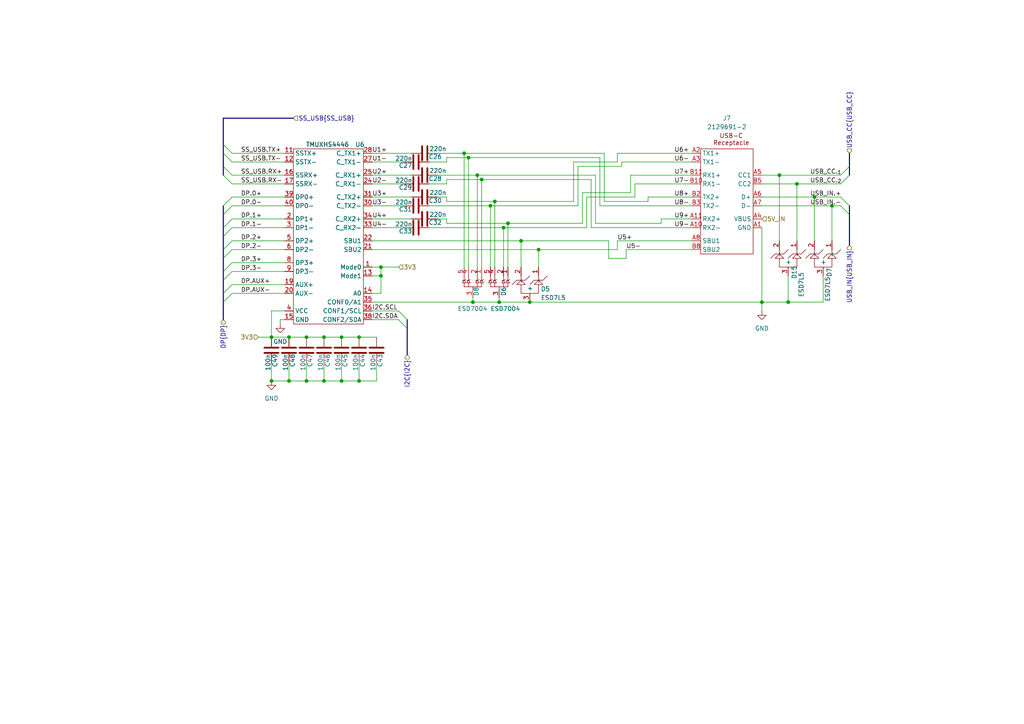
<source format=kicad_sch>
(kicad_sch (version 20250114) (generator "eeschema") (generator_version "9.0")
  (paper "A4")
  (lib_symbols
    (symbol "Device:C" (pin_numbers (hide yes)) (pin_names (offset 0.254))
      (property "Reference" "C" (at 0.635 2.54 0))
      (property "Value" "C" (at 0.635 -2.54 0))
      (symbol "C_0_1"
        (polyline (pts (xy -2.032 0.762) (xy 2.032 0.762)) (stroke (width 0.508)))
        (polyline (pts (xy -2.032 -0.762) (xy 2.032 -0.762)) (stroke (width 0.508)))
      )
      (symbol "C_1_1"
        (pin passive line (at 0 3.81 270) (length 2.794) (name "~") (number "1"))
        (pin passive line (at 0 -3.81 90) (length 2.794) (name "~") (number "2"))
      )
    )
    (symbol "GND_1" (power) (pin_numbers (hide yes)) (pin_names (offset 0) (hide yes))
      (property "Value" "GND" (at 0 -3.81 0))
      (symbol "GND_1_0_1"
        (polyline (pts (xy 0 0) (xy 0 -1.27) (xy 1.27 -1.27) (xy 0 -2.54) (xy -1.27 -1.27) (xy 0 -1.27)))
      )
      (symbol "GND_1_1_1"
        (pin power_in line (at 0 0 270) (length 0) (name "~") (number "1"))
      )
    )
    (symbol "GND_2" (power) (pin_numbers (hide yes)) (pin_names (offset 0) (hide yes))
      (property "Value" "GND" (at 0 -3.81 0))
      (symbol "GND_2_0_1"
        (polyline (pts (xy 0 0) (xy 0 -1.27) (xy 1.27 -1.27) (xy 0 -2.54) (xy -1.27 -1.27) (xy 0 -1.27)))
      )
      (symbol "GND_2_1_1"
        (pin power_in line (at 0 0 270) (length 0) (name "~") (number "1"))
      )
    )
    (symbol "New_Library:ESD7L"
      (property "Reference" "D" (at -3.81 0 0))
      (symbol "ESD7L_0_1"
        (polyline (pts (xy -1.27 5.08) (xy 0 3.81) (xy 0 1.27) (xy 1.27 0)))
        (polyline (pts (xy -1.27 2.54) (xy 0 2.54)))
        (polyline (pts (xy -1.27 0) (xy 0 -1.27) (xy 0 -3.81) (xy 1.27 -5.08)))
        (polyline (pts (xy 0 -2.54) (xy -1.27 -2.54)))
        (polyline (pts (xy 3.81 0) (xy 3.81 2.54) (xy 1.27 2.54) (xy 1.27 3.81) (xy 0 2.54) (xy 1.27 1.27) (xy 1.27 2.54)))
        (polyline (pts (xy 3.81 0) (xy 3.81 -2.54) (xy 1.27 -2.54) (xy 1.27 -1.27) (xy 0 -2.54) (xy 1.27 -3.81) (xy 1.27 -2.54)))
      )
      (symbol "ESD7L_1_1"
        (pin input line (at -3.81 2.54 0) (length 2.54) (name "-") (number "1"))
        (pin input line (at -3.81 -2.54 0) (length 2.54) (name "-") (number "2"))
        (pin input line (at 6.35 0 180) (length 2.54) (name "+") (number "3"))
      )
    )
    (symbol "PuzzLib:ESD7004"
      (property "Reference" "D6" (at 1.905 1.27 0))
      (property "Value" "~" (at 1.5875 3.81 90))
      (symbol "ESD7004_0_1"
        (polyline (pts (xy -1.27 1.27) (xy 0 1.27)))
        (polyline (pts (xy -1.27 -1.27) (xy 0 -1.27)))
        (polyline (pts (xy -1.27 -2.54) (xy 0 -2.54)))
        (polyline (pts (xy -0.254 3.048) (xy 0 2.794) (xy 0 2.286) (xy 0.254 2.032)))
        (polyline (pts (xy -0.254 1.778) (xy 0 1.524) (xy 0 1.016) (xy 0.254 0.762)))
        (polyline (pts (xy -0.254 -0.762) (xy 0 -1.016) (xy 0 -1.524) (xy 0.254 -1.778)))
        (polyline (pts (xy -0.254 -2.032) (xy 0 -2.286) (xy 0 -2.794) (xy 0.254 -3.048)))
        (polyline (pts (xy 0 2.54) (xy -1.27 2.54)))
        (polyline (pts (xy 0 2.54) (xy 0.762 3.048) (xy 0.762 2.032) (xy 0 2.54)))
        (polyline (pts (xy 0 1.27) (xy 0.762 1.778) (xy 0.762 0.762) (xy 0 1.27)))
        (polyline (pts (xy 0 -1.27) (xy 0.762 -0.762) (xy 0.762 -1.778) (xy 0 -1.27)))
        (polyline (pts (xy 0 -2.54) (xy 0.762 -2.032) (xy 0.762 -2.794) (xy 0.762 -3.048) (xy 0 -2.54)))
        (polyline (pts (xy 0.254 2.032) (xy 0.254 2.032)))
        (polyline (pts (xy 0.762 2.54) (xy 1.905 2.54) (xy 1.905 0)))
        (polyline (pts (xy 0.762 1.27) (xy 1.905 1.27)))
        (polyline (pts (xy 0.762 -1.27) (xy 1.905 -1.27)))
        (polyline (pts (xy 1.905 0) (xy 2.54 0)))
        (polyline (pts (xy 1.905 0) (xy 1.905 -2.54) (xy 0.762 -2.54)))
      )
      (symbol "ESD7004_1_1"
        (pin input line (at -3.81 2.54 0) (length 2.54) (name "") (number "1"))
        (pin input line (at -3.81 2.54 0) (length 2.54) (hide yes) (name "") (number "10"))
        (pin input line (at -3.81 1.27 0) (length 2.54) (name "") (number "2"))
        (pin input line (at -3.81 1.27 0) (length 2.54) (hide yes) (name "") (number "9"))
        (pin input line (at -3.81 -1.27 0) (length 2.54) (name "") (number "4"))
        (pin input line (at -3.81 -1.27 0) (length 2.54) (hide yes) (name "") (number "7"))
        (pin input line (at -3.81 -2.54 0) (length 2.54) (name "") (number "5"))
        (pin input line (at -3.81 -2.54 0) (length 2.54) (hide yes) (name "") (number "6"))
        (pin input line (at 5.08 0 180) (length 2.54) (name "") (number "3"))
        (pin input line (at 5.08 0 180) (length 2.54) (hide yes) (name "") (number "8"))
      )
    )
    (symbol "PuzzLib:TMUXHS4446"
      (property "Reference" "U8" (at 0 36.83 0))
      (property "Value" "~" (at 0 34.29 0))
      (symbol "TMUXHS4446_0_1"
        (rectangle (start -10.16 30.48) (end 10.16 -20.32))
      )
      (symbol "TMUXHS4446_1_1"
        (text "TMUXHS4446" (at -0.254 31.75 0) (effects (font (size 1.27 1.27))))
        (pin bidirectional line (at -12.7 29.21 0) (length 2.54) (name "SSTX+") (number "11"))
        (pin bidirectional line (at -12.7 26.67 0) (length 2.54) (name "SSTX-") (number "12"))
        (pin bidirectional line (at -12.7 22.86 0) (length 2.54) (name "SSRX+") (number "16"))
        (pin bidirectional line (at -12.7 20.32 0) (length 2.54) (name "SSRX-") (number "17"))
        (pin bidirectional line (at -12.7 16.51 0) (length 2.54) (name "DP0+") (number "39"))
        (pin bidirectional line (at -12.7 13.97 0) (length 2.54) (name "DP0-") (number "40"))
        (pin bidirectional line (at -12.7 10.16 0) (length 2.54) (name "DP1+") (number "2"))
        (pin bidirectional line (at -12.7 7.62 0) (length 2.54) (name "DP1-") (number "3"))
        (pin bidirectional line (at -12.7 3.81 0) (length 2.54) (name "DP2+") (number "5"))
        (pin bidirectional line (at -12.7 1.27 0) (length 2.54) (name "DP2-") (number "6"))
        (pin bidirectional line (at -12.7 -2.54 0) (length 2.54) (name "DP3+") (number "8"))
        (pin bidirectional line (at -12.7 -5.08 0) (length 2.54) (name "DP3-") (number "9"))
        (pin bidirectional line (at -12.7 -8.89 0) (length 2.54) (name "AUX+") (number "19"))
        (pin bidirectional line (at -12.7 -11.43 0) (length 2.54) (name "AUX-") (number "20"))
        (pin passive line (at -12.7 -16.51 0) (length 2.54) (hide yes) (name "") (number "10"))
        (pin passive line (at -12.7 -16.51 0) (length 2.54) (hide yes) (name "") (number "23"))
        (pin passive line (at -12.7 -16.51 0) (length 2.54) (hide yes) (name "") (number "26"))
        (pin passive line (at -12.7 -16.51 0) (length 2.54) (hide yes) (name "") (number "29"))
        (pin passive line (at -12.7 -16.51 0) (length 2.54) (hide yes) (name "") (number "32"))
        (pin power_in line (at -12.7 -16.51 0) (length 2.54) (name "VCC") (number "4"))
        (pin passive line (at -12.7 -16.51 0) (length 2.54) (hide yes) (name "") (number "7"))
        (pin power_in line (at -12.7 -19.05 0) (length 2.54) (name "GND") (number "15"))
        (pin passive line (at -12.7 -19.05 0) (length 2.54) (hide yes) (name "") (number "18"))
        (pin passive line (at -12.7 -19.05 0) (length 2.54) (hide yes) (name "") (number "37"))
        (pin passive line (at -12.7 -19.05 0) (length 2.54) (hide yes) (name "") (number "41"))
        (pin bidirectional line (at 12.7 29.21 180) (length 2.54) (name "C_TX1+") (number "28"))
        (pin bidirectional line (at 12.7 26.67 180) (length 2.54) (name "C_TX1-") (number "27"))
        (pin bidirectional line (at 12.7 22.86 180) (length 2.54) (name "C_RX1+") (number "25"))
        (pin bidirectional line (at 12.7 20.32 180) (length 2.54) (name "C_RX1-") (number "24"))
        (pin bidirectional line (at 12.7 16.51 180) (length 2.54) (name "C_TX2+") (number "31"))
        (pin bidirectional line (at 12.7 13.97 180) (length 2.54) (name "C_TX2-") (number "30"))
        (pin bidirectional line (at 12.7 10.16 180) (length 2.54) (name "C_RX2+") (number "34"))
        (pin bidirectional line (at 12.7 7.62 180) (length 2.54) (name "C_RX2-") (number "33"))
        (pin bidirectional line (at 12.7 3.81 180) (length 2.54) (name "SBU1") (number "22"))
        (pin bidirectional line (at 12.7 1.27 180) (length 2.54) (name "SBU2") (number "21"))
        (pin input line (at 12.7 -3.81 180) (length 2.54) (name "Mode0") (number "1"))
        (pin input line (at 12.7 -6.35 180) (length 2.54) (name "Mode1") (number "13"))
        (pin input line (at 12.7 -11.43 180) (length 2.54) (name "A0") (number "14"))
        (pin input line (at 12.7 -13.97 180) (length 2.54) (name "CONF0/A1") (number "35"))
        (pin input line (at 12.7 -16.51 180) (length 2.54) (name "CONF1/SCL") (number "36"))
        (pin input line (at 12.7 -19.05 180) (length 2.54) (name "CONF2/SDA") (number "38"))
      )
    )
    (symbol "PuzzLib:USB-C"
      (property "Reference" "U" (at 0 0 0))
      (symbol "USB-C_0_1"
        (rectangle (start -7.62 15.24) (end 7.62 -15.24))
      )
      (symbol "USB-C_1_1"
        (text "USB-C\nReceptacle\n" (at 1.27 18.034 0) (effects (font (size 1.27 1.27))))
        (pin output line (at -10.16 13.97 0) (length 2.54) (name "TX1+") (number "A2"))
        (pin output line (at -10.16 11.43 0) (length 2.54) (name "TX1-") (number "A3"))
        (pin output line (at -10.16 7.62 0) (length 2.54) (name "RX1+") (number "B11"))
        (pin output line (at -10.16 5.08 0) (length 2.54) (name "RX1-") (number "B10"))
        (pin output line (at -10.16 1.27 0) (length 2.54) (name "TX2+") (number "B2"))
        (pin output line (at -10.16 -1.27 0) (length 2.54) (name "TX2-") (number "B3"))
        (pin output line (at -10.16 -5.08 0) (length 2.54) (name "RX2+") (number "A11"))
        (pin output line (at -10.16 -7.62 0) (length 2.54) (name "RX2-") (number "A10"))
        (pin output line (at -10.16 -11.43 0) (length 2.54) (name "SBU1") (number "A8"))
        (pin output line (at -10.16 -13.97 0) (length 2.54) (name "SBU2") (number "B8"))
        (pin output line (at 10.16 7.62 180) (length 2.54) (name "CC1") (number "A5"))
        (pin output line (at 10.16 5.08 180) (length 2.54) (name "CC2") (number "B5"))
        (pin output line (at 10.16 1.27 180) (length 2.54) (name "D+") (number "A6"))
        (pin output line (at 10.16 1.27 180) (length 2.54) (hide yes) (name "") (number "B6"))
        (pin output line (at 10.16 -1.27 180) (length 2.54) (name "D-") (number "A7"))
        (pin output line (at 10.16 -1.27 180) (length 2.54) (hide yes) (name "") (number "B7"))
        (pin power_out line (at 10.16 -5.08 180) (length 2.54) (name "VBUS") (number "A4"))
        (pin passive line (at 10.16 -5.08 180) (length 2.54) (hide yes) (name "") (number "A9"))
        (pin passive line (at 10.16 -5.08 180) (length 2.54) (hide yes) (name "") (number "B4"))
        (pin passive line (at 10.16 -5.08 180) (length 2.54) (hide yes) (name "") (number "B9"))
        (pin power_out line (at 10.16 -7.62 180) (length 2.54) (name "GND") (number "A1"))
        (pin passive line (at 10.16 -7.62 180) (length 2.54) (hide yes) (name "") (number "A12"))
        (pin passive line (at 10.16 -7.62 180) (length 2.54) (hide yes) (name "") (number "B1"))
        (pin passive line (at 10.16 -7.62 180) (length 2.54) (hide yes) (name "") (number "B12"))
        (pin passive line (at 10.16 -7.62 180) (length 2.54) (hide yes) (name "") (number "S"))
      )
    )
  )
  (junction (at 88.9 110.49))
  (junction (at 110.49 77.47))
  (junction (at 143.51 58.42))
  (junction (at 83.82 110.49))
  (junction (at 88.9 97.79))
  (junction (at 78.74 97.79))
  (junction (at 104.14 110.49))
  (junction (at 99.06 110.49))
  (junction (at 134.62 44.45))
  (junction (at 135.89 45.72))
  (junction (at 144.78 87.63))
  (junction (at 153.67 87.63))
  (junction (at 138.43 50.8))
  (junction (at 137.16 87.63))
  (junction (at 226.06 50.8))
  (junction (at 220.98 87.63))
  (junction (at 241.3 59.69))
  (junction (at 228.6 87.63))
  (junction (at 99.06 97.79))
  (junction (at 147.32 64.77))
  (junction (at 104.14 97.79))
  (junction (at 139.7 52.07))
  (junction (at 231.14 53.34))
  (junction (at 93.98 110.49))
  (junction (at 146.05 66.04))
  (junction (at 142.24 59.69))
  (junction (at 83.82 97.79))
  (junction (at 236.22 57.15))
  (junction (at 93.98 97.79))
  (junction (at 78.74 110.49))
  (junction (at 156.21 72.39))
  (junction (at 151.13 69.85))
  (junction (at 110.49 80.01))
  (bus_entry (at 118.11 92.71) (size -2.54 -2.54))
  (bus_entry (at 64.77 72.39) (size 2.54 -2.54))
  (bus_entry (at 64.77 44.45) (size 2.54 2.54))
  (bus_entry (at 246.38 50.8) (size -2.54 2.54))
  (bus_entry (at 118.11 95.25) (size -2.54 -2.54))
  (bus_entry (at 64.77 41.91) (size 2.54 2.54))
  (bus_entry (at 64.77 66.04) (size 2.54 -2.54))
  (bus_entry (at 64.77 62.23) (size 2.54 -2.54))
  (bus_entry (at 64.77 85.09) (size 2.54 -2.54))
  (bus_entry (at 246.38 62.23) (size -2.54 -2.54))
  (bus_entry (at 64.77 68.58) (size 2.54 -2.54))
  (bus_entry (at 64.77 48.26) (size 2.54 2.54))
  (bus_entry (at 246.38 48.26) (size -2.54 2.54))
  (bus_entry (at 64.77 50.8) (size 2.54 2.54))
  (bus_entry (at 64.77 78.74) (size 2.54 -2.54))
  (bus_entry (at 64.77 59.69) (size 2.54 -2.54))
  (bus_entry (at 64.77 81.28) (size 2.54 -2.54))
  (bus_entry (at 246.38 59.69) (size -2.54 -2.54))
  (bus_entry (at 64.77 74.93) (size 2.54 -2.54))
  (bus_entry (at 64.77 87.63) (size 2.54 -2.54))
  (wire (pts (xy 220.98 87.63) (xy 220.98 90.17)))
  (wire (pts (xy 129.54 58.42) (xy 129.54 57.15)))
  (wire (pts (xy 151.13 69.85) (xy 176.53 69.85)))
  (wire (pts (xy 220.98 57.15) (xy 236.22 57.15)))
  (wire (pts (xy 138.43 50.8) (xy 138.43 77.47)))
  (wire (pts (xy 129.54 58.42) (xy 143.51 58.42)))
  (wire (pts (xy 129.54 46.99) (xy 124.46 46.99)))
  (wire (pts (xy 179.07 69.85) (xy 179.07 72.39)))
  (wire (pts (xy 99.06 110.49) (xy 93.98 110.49)))
  (wire (pts (xy 110.49 77.47) (xy 110.49 80.01)))
  (wire (pts (xy 187.96 57.15) (xy 200.66 57.15)))
  (wire (pts (xy 220.98 59.69) (xy 241.3 59.69)))
  (wire (pts (xy 146.05 66.04) (xy 146.05 77.47)))
  (wire (pts (xy 231.14 69.85) (xy 231.14 53.34)))
  (wire (pts (xy 67.31 82.55) (xy 82.55 82.55)))
  (wire (pts (xy 107.95 50.8) (xy 119.38 50.8)))
  (wire (pts (xy 67.31 53.34) (xy 82.55 53.34)))
  (wire (pts (xy 180.34 48.26) (xy 180.34 46.99)))
  (wire (pts (xy 134.62 44.45) (xy 134.62 77.47)))
  (wire (pts (xy 99.06 105.41) (xy 99.06 110.49)))
  (wire (pts (xy 138.43 50.8) (xy 172.72 50.8)))
  (wire (pts (xy 67.31 69.85) (xy 82.55 69.85)))
  (wire (pts (xy 107.95 85.09) (xy 110.49 85.09)))
  (wire (pts (xy 220.98 50.8) (xy 226.06 50.8)))
  (wire (pts (xy 167.64 48.26) (xy 180.34 48.26)))
  (wire (pts (xy 67.31 57.15) (xy 82.55 57.15)))
  (wire (pts (xy 220.98 53.34) (xy 231.14 53.34)))
  (wire (pts (xy 107.95 46.99) (xy 116.84 46.99)))
  (wire (pts (xy 93.98 110.49) (xy 88.9 110.49)))
  (wire (pts (xy 109.22 105.41) (xy 109.22 110.49)))
  (wire (pts (xy 129.54 63.5) (xy 127 63.5)))
  (bus (pts (xy 64.77 34.29) (xy 64.77 41.91)))
  (wire (pts (xy 104.14 110.49) (xy 109.22 110.49)))
  (wire (pts (xy 144.78 86.36) (xy 144.78 87.63)))
  (wire (pts (xy 176.53 74.93) (xy 176.53 69.85)))
  (wire (pts (xy 67.31 46.99) (xy 82.55 46.99)))
  (wire (pts (xy 67.31 66.04) (xy 82.55 66.04)))
  (wire (pts (xy 241.3 59.69) (xy 243.84 59.69)))
  (wire (pts (xy 191.77 63.5) (xy 200.66 63.5)))
  (wire (pts (xy 83.82 105.41) (xy 83.82 110.49)))
  (wire (pts (xy 67.31 63.5) (xy 82.55 63.5)))
  (wire (pts (xy 184.15 53.34) (xy 184.15 57.15)))
  (wire (pts (xy 173.99 45.72) (xy 173.99 59.69)))
  (wire (pts (xy 187.96 58.42) (xy 175.26 58.42)))
  (wire (pts (xy 137.16 87.63) (xy 144.78 87.63)))
  (wire (pts (xy 236.22 57.15) (xy 236.22 69.85)))
  (wire (pts (xy 107.95 69.85) (xy 151.13 69.85)))
  (wire (pts (xy 67.31 72.39) (xy 82.55 72.39)))
  (wire (pts (xy 74.93 97.79) (xy 78.74 97.79)))
  (bus (pts (xy 64.77 44.45) (xy 64.77 48.26)))
  (wire (pts (xy 168.91 55.88) (xy 168.91 64.77)))
  (wire (pts (xy 179.07 44.45) (xy 179.07 46.99)))
  (bus (pts (xy 64.77 62.23) (xy 64.77 66.04)))
  (wire (pts (xy 83.82 97.79) (xy 88.9 97.79)))
  (wire (pts (xy 78.74 90.17) (xy 78.74 97.79)))
  (bus (pts (xy 246.38 59.69) (xy 246.38 62.23)))
  (wire (pts (xy 67.31 50.8) (xy 82.55 50.8)))
  (wire (pts (xy 67.31 44.45) (xy 82.55 44.45)))
  (wire (pts (xy 179.07 72.39) (xy 156.21 72.39)))
  (wire (pts (xy 88.9 110.49) (xy 83.82 110.49)))
  (wire (pts (xy 127 50.8) (xy 138.43 50.8)))
  (wire (pts (xy 93.98 105.41) (xy 93.98 110.49)))
  (wire (pts (xy 93.98 97.79) (xy 99.06 97.79)))
  (wire (pts (xy 181.61 72.39) (xy 181.61 74.93)))
  (wire (pts (xy 129.54 57.15) (xy 127 57.15)))
  (wire (pts (xy 156.21 72.39) (xy 107.95 72.39)))
  (wire (pts (xy 110.49 85.09) (xy 110.49 80.01)))
  (wire (pts (xy 67.31 76.2) (xy 82.55 76.2)))
  (wire (pts (xy 88.9 97.79) (xy 93.98 97.79)))
  (bus (pts (xy 64.77 81.28) (xy 64.77 85.09)))
  (bus (pts (xy 64.77 87.63) (xy 64.77 92.71)))
  (wire (pts (xy 156.21 72.39) (xy 156.21 77.47)))
  (wire (pts (xy 143.51 58.42) (xy 166.37 58.42)))
  (wire (pts (xy 228.6 80.01) (xy 228.6 87.63)))
  (wire (pts (xy 146.05 66.04) (xy 170.18 66.04)))
  (wire (pts (xy 107.95 66.04) (xy 116.84 66.04)))
  (wire (pts (xy 67.31 59.69) (xy 82.55 59.69)))
  (bus (pts (xy 64.77 68.58) (xy 64.77 72.39)))
  (wire (pts (xy 124.46 66.04) (xy 146.05 66.04)))
  (wire (pts (xy 129.54 52.07) (xy 129.54 53.34)))
  (wire (pts (xy 226.06 50.8) (xy 226.06 69.85)))
  (bus (pts (xy 64.77 66.04) (xy 64.77 68.58)))
  (wire (pts (xy 135.89 45.72) (xy 173.99 45.72)))
  (wire (pts (xy 82.55 90.17) (xy 78.74 90.17)))
  (wire (pts (xy 166.37 46.99) (xy 166.37 58.42)))
  (wire (pts (xy 173.99 59.69) (xy 200.66 59.69)))
  (wire (pts (xy 104.14 105.41) (xy 104.14 110.49)))
  (bus (pts (xy 64.77 78.74) (xy 64.77 81.28)))
  (wire (pts (xy 238.76 80.01) (xy 238.76 87.63)))
  (wire (pts (xy 181.61 74.93) (xy 176.53 74.93)))
  (wire (pts (xy 220.98 66.04) (xy 220.98 87.63)))
  (bus (pts (xy 64.77 72.39) (xy 64.77 74.93)))
  (wire (pts (xy 180.34 46.99) (xy 200.66 46.99)))
  (wire (pts (xy 184.15 53.34) (xy 200.66 53.34)))
  (wire (pts (xy 107.95 44.45) (xy 119.38 44.45)))
  (wire (pts (xy 191.77 63.5) (xy 191.77 64.77)))
  (wire (pts (xy 107.95 92.71) (xy 115.57 92.71)))
  (wire (pts (xy 67.31 78.74) (xy 82.55 78.74)))
  (wire (pts (xy 166.37 46.99) (xy 179.07 46.99)))
  (wire (pts (xy 181.61 72.39) (xy 200.66 72.39)))
  (wire (pts (xy 135.89 45.72) (xy 135.89 77.47)))
  (bus (pts (xy 64.77 48.26) (xy 64.77 50.8)))
  (wire (pts (xy 182.88 50.8) (xy 200.66 50.8)))
  (wire (pts (xy 139.7 52.07) (xy 171.45 52.07)))
  (wire (pts (xy 107.95 87.63) (xy 137.16 87.63)))
  (wire (pts (xy 236.22 57.15) (xy 243.84 57.15)))
  (wire (pts (xy 78.74 105.41) (xy 78.74 110.49)))
  (bus (pts (xy 246.38 62.23) (xy 246.38 71.12)))
  (wire (pts (xy 191.77 64.77) (xy 172.72 64.77)))
  (bus (pts (xy 118.11 95.25) (xy 118.11 102.87)))
  (wire (pts (xy 171.45 66.04) (xy 171.45 52.07)))
  (wire (pts (xy 184.15 57.15) (xy 170.18 57.15)))
  (wire (pts (xy 129.54 52.07) (xy 139.7 52.07)))
  (wire (pts (xy 67.31 85.09) (xy 82.55 85.09)))
  (wire (pts (xy 82.55 92.71) (xy 81.28 92.71)))
  (wire (pts (xy 81.28 92.71) (xy 81.28 93.98)))
  (wire (pts (xy 144.78 87.63) (xy 153.67 87.63)))
  (wire (pts (xy 129.54 45.72) (xy 129.54 46.99)))
  (wire (pts (xy 226.06 50.8) (xy 243.84 50.8)))
  (wire (pts (xy 179.07 69.85) (xy 200.66 69.85)))
  (wire (pts (xy 78.74 97.79) (xy 83.82 97.79)))
  (bus (pts (xy 64.77 74.93) (xy 64.77 78.74)))
  (bus (pts (xy 64.77 59.69) (xy 64.77 62.23)))
  (wire (pts (xy 99.06 97.79) (xy 104.14 97.79)))
  (wire (pts (xy 170.18 57.15) (xy 170.18 66.04)))
  (wire (pts (xy 129.54 64.77) (xy 129.54 63.5)))
  (wire (pts (xy 137.16 86.36) (xy 137.16 87.63)))
  (wire (pts (xy 167.64 48.26) (xy 167.64 59.69)))
  (wire (pts (xy 142.24 59.69) (xy 167.64 59.69)))
  (bus (pts (xy 118.11 92.71) (xy 118.11 95.25)))
  (wire (pts (xy 175.26 58.42) (xy 175.26 44.45)))
  (bus (pts (xy 64.77 85.09) (xy 64.77 87.63)))
  (wire (pts (xy 107.95 57.15) (xy 119.38 57.15)))
  (wire (pts (xy 238.76 87.63) (xy 228.6 87.63)))
  (wire (pts (xy 231.14 53.34) (xy 243.84 53.34)))
  (wire (pts (xy 107.95 77.47) (xy 110.49 77.47)))
  (wire (pts (xy 228.6 87.63) (xy 220.98 87.63)))
  (wire (pts (xy 139.7 52.07) (xy 139.7 77.47)))
  (bus (pts (xy 246.38 44.45) (xy 246.38 48.26)))
  (wire (pts (xy 107.95 53.34) (xy 116.84 53.34)))
  (wire (pts (xy 107.95 90.17) (xy 115.57 90.17)))
  (wire (pts (xy 134.62 44.45) (xy 175.26 44.45)))
  (wire (pts (xy 104.14 97.79) (xy 109.22 97.79)))
  (wire (pts (xy 153.67 87.63) (xy 220.98 87.63)))
  (bus (pts (xy 64.77 41.91) (xy 64.77 44.45)))
  (wire (pts (xy 172.72 64.77) (xy 172.72 50.8)))
  (wire (pts (xy 147.32 64.77) (xy 147.32 77.47)))
  (wire (pts (xy 124.46 59.69) (xy 142.24 59.69)))
  (wire (pts (xy 129.54 53.34) (xy 124.46 53.34)))
  (wire (pts (xy 147.32 64.77) (xy 168.91 64.77)))
  (wire (pts (xy 107.95 59.69) (xy 116.84 59.69)))
  (wire (pts (xy 127 44.45) (xy 134.62 44.45)))
  (wire (pts (xy 182.88 55.88) (xy 168.91 55.88)))
  (wire (pts (xy 99.06 110.49) (xy 104.14 110.49)))
  (wire (pts (xy 241.3 59.69) (xy 241.3 69.85)))
  (wire (pts (xy 107.95 63.5) (xy 119.38 63.5)))
  (wire (pts (xy 129.54 45.72) (xy 135.89 45.72)))
  (wire (pts (xy 151.13 69.85) (xy 151.13 77.47)))
  (wire (pts (xy 110.49 77.47) (xy 115.57 77.47)))
  (wire (pts (xy 88.9 105.41) (xy 88.9 110.49)))
  (wire (pts (xy 129.54 64.77) (xy 147.32 64.77)))
  (wire (pts (xy 187.96 57.15) (xy 187.96 58.42)))
  (wire (pts (xy 83.82 110.49) (xy 78.74 110.49)))
  (wire (pts (xy 142.24 59.69) (xy 142.24 77.47)))
  (wire (pts (xy 107.95 80.01) (xy 110.49 80.01)))
  (bus (pts (xy 85.09 34.29) (xy 64.77 34.29)))
  (wire (pts (xy 171.45 66.04) (xy 200.66 66.04)))
  (wire (pts (xy 182.88 50.8) (xy 182.88 55.88)))
  (wire (pts (xy 179.07 44.45) (xy 200.66 44.45)))
  (bus (pts (xy 246.38 48.26) (xy 246.38 50.8)))
  (wire (pts (xy 143.51 58.42) (xy 143.51 77.47)))
  (label "DP.AUX+" (at 69.85 82.55 0))
  (label "DP.1-" (at 69.85 66.04 0))
  (label "U8-" (at 195.58 59.69 0))
  (label "U5+" (at 179.07 69.85 0))
  (label "U5-" (at 181.61 72.39 0))
  (label "USB_CC._{1}" (at 234.95 50.8 0))
  (label "DP.3+" (at 69.85 76.2 0))
  (label "U3+" (at 107.95 57.15 0))
  (label "USB_IN.+" (at 234.95 57.15 0))
  (label "U4+" (at 107.95 63.5 0))
  (label "U7+" (at 195.58 50.8 0))
  (label "USB_CC._{2}" (at 234.95 53.34 0))
  (label "U3-" (at 107.95 59.69 0))
  (label "DP.2+" (at 69.85 69.85 0))
  (label "DP.0+" (at 69.85 57.15 0))
  (label "U7-" (at 195.58 53.34 0))
  (label "U8+" (at 195.58 57.15 0))
  (label "U9-" (at 195.58 66.04 0))
  (label "U2-" (at 107.95 53.34 0))
  (label "SS_USB.TX+" (at 69.85 44.45 0))
  (label "U1+" (at 107.95 44.45 0))
  (label "U9+" (at 195.58 63.5 0))
  (label "U6-" (at 195.58 46.99 0))
  (label "DP.0-" (at 69.85 59.69 0))
  (label "DP.AUX-" (at 69.85 85.09 0))
  (label "USB_IN.-" (at 234.95 59.69 0))
  (label "U1-" (at 107.95 46.99 0))
  (label "U2+" (at 107.95 50.8 0))
  (label "DP.1+" (at 69.85 63.5 0))
  (label "I2C.SDA" (at 107.95 92.71 0))
  (label "SS_USB.RX-" (at 69.85 53.34 0))
  (label "I2C.SCL" (at 107.95 90.17 0))
  (label "DP.2-" (at 69.85 72.39 0))
  (label "SS_USB.TX-" (at 69.85 46.99 0))
  (label "DP.3-" (at 69.85 78.74 0))
  (label "U4-" (at 107.95 66.04 0))
  (label "U6+" (at 195.58 44.45 0))
  (label "SS_USB.RX+" (at 69.85 50.8 0))
  (hierarchical_label "3V3" (shape input) (at 115.57 77.47 0))
  (hierarchical_label "SS_USB{SS_USB}" (shape input) (at 85.09 34.29 0))
  (hierarchical_label "USB_CC{USB_CC}" (shape input) (at 246.38 44.45 90))
  (hierarchical_label "5V_IN" (shape input) (at 220.98 63.5 0))
  (hierarchical_label "3V3" (shape input) (at 74.93 97.79 180))
  (hierarchical_label "USB_IN{USB_IN}" (shape input) (at 246.38 71.12 270))
  (hierarchical_label "I2C{I2C}" (shape input) (at 118.11 102.87 270))
  (hierarchical_label "DP{DP}" (shape input) (at 64.77 92.71 270))
  (symbol (lib_id "Device:C") (at 88.9 101.6 180) (unit 1)
    (property "Reference" "C47" (at 89.916 102.616 90) (effects (justify left)))
    (property "Value" "100n" (at 87.884 102.616 90) (effects (justify left)))
    (property "Footprint" "PuzzLib:0402_C" (effects (hide yes)))
  )
  (symbol (lib_id "Device:C") (at 109.22 101.6 180) (unit 1)
    (property "Reference" "C43" (at 110.236 102.616 90) (effects (justify left)))
    (property "Value" "100n" (at 108.204 102.616 90) (effects (justify left)))
    (property "Footprint" "PuzzLib:0402_C" (effects (hide yes)))
  )
  (symbol (lib_id "Device:C") (at 78.74 101.6 180) (unit 1)
    (property "Reference" "C49" (at 79.756 102.616 90) (effects (justify left)))
    (property "Value" "100n" (at 77.724 102.616 90) (effects (justify left)))
    (property "Footprint" "PuzzLib:0402_C" (effects (hide yes)))
  )
  (symbol (lib_id "Device:C") (at 83.82 101.6 180) (unit 1)
    (property "Reference" "C48" (at 84.836 102.616 90) (effects (justify left)))
    (property "Value" "100n" (at 82.804 102.616 90) (effects (justify left)))
    (property "Footprint" "PuzzLib:0402_C" (effects (hide yes)))
  )
  (symbol (lib_id "Device:C") (at 123.19 44.45 270) (unit 1)
    (property "Reference" "C26" (at 126.238 45.466 90))
    (property "Value" "220n" (at 127 43.18 90))
    (property "Footprint" "PuzzLib:0402_C" (effects (hide yes)))
    (property "Description" "Unpolarized capacitor" (effects (hide yes)))
  )
  (symbol (lib_id "PuzzLib:ESD7004") (at 137.16 81.28 270) (unit 1)
    (property "Reference" "D8" (at 138.176 83.185 0) (effects (justify left)))
    (property "Value" "ESD7004" (at 132.715 89.535 90) (effects (justify left)))
    (property "Footprint" "PuzzLib:ESD7004" (effects (hide yes)))
  )
  (symbol (lib_id "Device:C") (at 120.65 59.69 270) (unit 1)
    (property "Reference" "C31" (at 117.602 60.706 90))
    (property "Value" "220n" (at 117.094 58.674 90))
    (property "Footprint" "PuzzLib:0402_C" (effects (hide yes)))
    (property "Description" "Unpolarized capacitor" (effects (hide yes)))
  )
  (symbol (lib_name "GND_1") (lib_id "power:GND") (at 81.28 93.98 0) (unit 1)
    (property "Reference" "#PWR014" (effects (hide yes)))
    (property "Value" "GND" (at 81.28 99.06 0))
    (property "Description" "Power symbol creates a global label with name \"GND\" , ground" (effects (hide yes)))
  )
  (symbol (lib_id "PuzzLib:USB-C") (at 210.82 58.42 0) (unit 1)
    (property "Reference" "J7" (at 210.82 34.29 0))
    (property "Value" "2129691-2" (at 210.82 36.83 0))
    (property "Footprint" "PuzzLib:2129691-2_2.8mmOut" (effects (hide yes)))
  )
  (symbol (lib_id "Device:C") (at 104.14 101.6 180) (unit 1)
    (property "Reference" "C44" (at 105.156 102.616 90) (effects (justify left)))
    (property "Value" "100n" (at 103.124 102.616 90) (effects (justify left)))
    (property "Footprint" "PuzzLib:0402_C" (effects (hide yes)))
  )
  (symbol (lib_id "Device:C") (at 123.19 57.15 270) (unit 1)
    (property "Reference" "C30" (at 126.238 58.166 90))
    (property "Value" "220n" (at 127 55.88 90))
    (property "Footprint" "PuzzLib:0402_C" (effects (hide yes)))
    (property "Description" "Unpolarized capacitor" (effects (hide yes)))
  )
  (symbol (lib_id "PuzzLib:ESD7004") (at 144.78 81.28 270) (unit 1)
    (property "Reference" "D6" (at 146.05 83.185 0) (effects (justify left)))
    (property "Value" "ESD7004" (at 142.24 89.535 90) (effects (justify left)))
    (property "Footprint" "PuzzLib:ESD7004" (effects (hide yes)))
  )
  (symbol (lib_id "Device:C") (at 99.06 101.6 180) (unit 1)
    (property "Reference" "C45" (at 100.076 102.616 90) (effects (justify left)))
    (property "Value" "100n" (at 98.044 102.616 90) (effects (justify left)))
    (property "Footprint" "PuzzLib:0402_C" (effects (hide yes)))
  )
  (symbol (lib_id "Device:C") (at 120.65 66.04 270) (unit 1)
    (property "Reference" "C33" (at 117.602 67.056 90))
    (property "Value" "220n" (at 117.094 65.024 90))
    (property "Footprint" "PuzzLib:0402_C" (effects (hide yes)))
    (property "Description" "Unpolarized capacitor" (effects (hide yes)))
  )
  (symbol (lib_id "Device:C") (at 120.65 46.99 270) (unit 1)
    (property "Reference" "C27" (at 117.602 48.006 90))
    (property "Value" "220n" (at 117.094 45.974 90))
    (property "Footprint" "PuzzLib:0402_C" (effects (hide yes)))
    (property "Description" "Unpolarized capacitor" (effects (hide yes)))
  )
  (symbol (lib_id "Device:C") (at 123.19 50.8 270) (unit 1)
    (property "Reference" "C28" (at 126.238 51.816 90))
    (property "Value" "220n" (at 127 49.53 90))
    (property "Footprint" "PuzzLib:0402_C" (effects (hide yes)))
    (property "Description" "Unpolarized capacitor" (effects (hide yes)))
  )
  (symbol (lib_name "GND_2") (lib_id "power:GND") (at 220.98 90.17 0) (unit 1)
    (property "Reference" "#PWR03" (effects (hide yes)))
    (property "Value" "GND" (at 220.98 95.25 0))
    (property "Description" "Power symbol creates a global label with name \"GND\" , ground" (effects (hide yes)))
  )
  (symbol (lib_id "Device:C") (at 120.65 53.34 270) (unit 1)
    (property "Reference" "C29" (at 117.602 54.356 90))
    (property "Value" "220n" (at 117.094 52.324 90))
    (property "Footprint" "PuzzLib:0402_C" (effects (hide yes)))
    (property "Description" "Unpolarized capacitor" (effects (hide yes)))
  )
  (symbol (lib_id "PuzzLib:TMUXHS4446") (at 95.25 73.66 0) (unit 1)
    (property "Reference" "U6" (at 104.394 41.91 0))
    (property "Value" "TMUXHS4446" (at 94.996 41.91 0))
    (property "Footprint" "PuzzLib:TMUXHS4446" (effects (hide yes)))
  )
  (symbol (lib_id "New_Library:ESD7L") (at 238.76 73.66 270) (unit 1)
    (property "Reference" "D7" (at 240.538 78.994 0))
    (property "Value" "ESD7L5" (at 240.03 83.82 0))
    (property "Footprint" "PuzzLib:ESD7L5" (effects (hide yes)))
  )
  (symbol (lib_id "Device:C") (at 93.98 101.6 180) (unit 1)
    (property "Reference" "C46" (at 94.996 102.616 90) (effects (justify left)))
    (property "Value" "100n" (at 92.964 102.616 90) (effects (justify left)))
    (property "Footprint" "PuzzLib:0402_C" (effects (hide yes)))
  )
  (symbol (lib_name "GND_1") (lib_id "power:GND") (at 78.74 110.49 0) (unit 1)
    (property "Reference" "#PWR010" (effects (hide yes)))
    (property "Value" "GND" (at 78.74 115.57 0))
    (property "Description" "Power symbol creates a global label with name \"GND\" , ground" (effects (hide yes)))
  )
  (symbol (lib_id "New_Library:ESD7L") (at 153.67 81.28 270) (unit 1)
    (property "Reference" "D5" (at 156.845 83.82 90) (effects (justify left)))
    (property "Value" "ESD7L5" (at 156.845 86.36 90) (effects (justify left)))
    (property "Footprint" "PuzzLib:ESD7L5" (effects (hide yes)))
  )
  (symbol (lib_id "New_Library:ESD7L") (at 228.6 73.66 270) (unit 1)
    (property "Reference" "D15" (at 230.378 78.994 0))
    (property "Value" "ESD7L5" (at 232.41 82.55 0))
    (property "Footprint" "PuzzLib:ESD7L5" (effects (hide yes)))
  )
  (symbol (lib_id "Device:C") (at 123.19 63.5 270) (unit 1)
    (property "Reference" "C32" (at 126.238 64.516 90))
    (property "Value" "220n" (at 127 62.23 90))
    (property "Footprint" "PuzzLib:0402_C" (effects (hide yes)))
    (property "Description" "Unpolarized capacitor" (effects (hide yes)))
  )
)
</source>
